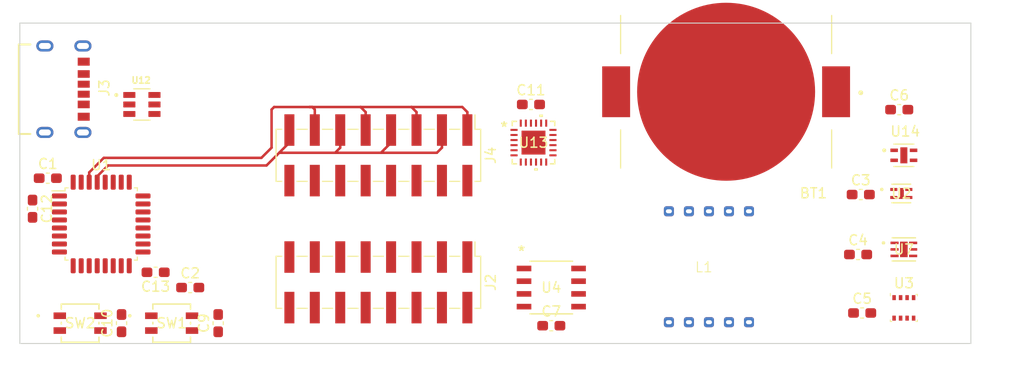
<source format=kicad_pcb>
(kicad_pcb (version 20221018) (generator pcbnew)
  (layers (0 "F.Cu" signal) (31 "B.Cu" signal) (34 "B.Paste" user) (35 "F.Paste" user) (36 "B.SilkS" user "B.Silkscreen") (37 "F.SilkS" user "F.Silkscreen") (38 "B.Mask" user) (39 "F.Mask" user) (44 "Edge.Cuts" user))
  (net 0 "")
  (net 1 "V_BUS_3V")
  (net 5 "BTN_0")
  (net 6 "GND")
  (net 14 "SDA_1")
  (net 15 "SCL_1")
  (net 16 "CS_1")
  (net 17 "CS_2")
  (net 18 "SCK_1")
  (net 19 "SDI_1")
  (net 20 "SDO_1")
  (net 21 "Net-(J2-Pin_2)")
  (net 22 "Net-(J2-Pin_4)")
  (net 23 "Net-(J2-Pin_6)")
  (net 24 "Net-(J2-Pin_8)")
  (net 25 "Net-(J2-Pin_10)")
  (net 26 "Net-(J2-Pin_14)")
  (net 27 "Net-(J2-Pin_12)")
  (net 28 "Net-(J2-Pin_16)")
  (net 29 "Net-(J3-GND-PadA12)")
  (net 30 "Net-(J3-VBUS-PadA9)")
  (net 33 "Net-(J3-SHIELD-PadS1)")
  (net 64 "BTN_1")
  (net 76 "Net-(J4-Pin_10)")
  (net 77 "Net-(J4-Pin_12)")
  (net 78 "Net-(J4-Pin_16)")
  (net 79 "Net-(J4-Pin_14)")
  (net 80 "Net-(J4-Pin_4)")
  (net 81 "Net-(J4-Pin_2)")
  (net 90 "Net-(J4-Pin_6)")
  (net 91 "Net-(J4-Pin_8)")
  (footprint "Capacitor_SMD:C_0603_1608Metric_Pad1.08x0.95mm_HandSolder" (layer "F.Cu") (at 112.0786 123.952)
    (fp_text reference "C5" (at 0 -1.43) (layer "F.SilkS"))
    (fp_text value "0.1uF")
    (pad "1" smd roundrect (at -0.8625 0) (size 1.075 0.95) (layers "F.Cu" "F.Paste" "F.Mask") (net 6 "GND"))
    (pad "2" smd roundrect (at 0.8625 0) (size 1.075 0.95) (layers "F.Cu" "F.Paste" "F.Mask") (net 1 "V_BUS_3V"))
  )
  (footprint "STTS22HTR:UDFN-6L_2X2X0P5_STM" (layer "F.Cu") (at 116.2431 117.602)
    (fp_text reference "U7" (at 0 0 unlocked) (layer "F.SilkS"))
    (fp_text value "STTS22HTR")
    (pad "1" smd rect (at -0.9271 -0.649999) (size 0.8128 0.254) (layers "F.Cu" "F.Paste" "F.Mask") (net 78 "Net-(J4-Pin_16)"))
    (pad "2" smd rect (at -0.9271 0) (size 0.8128 0.254) (layers "F.Cu" "F.Paste" "F.Mask"))
    (pad "3" smd rect (at -0.9271 0.649999) (size 0.8128 0.254) (layers "F.Cu" "F.Paste" "F.Mask") (net 1 "V_BUS_3V"))
    (pad "4" smd rect (at 0.9271 0.649999) (size 0.8128 0.254) (layers "F.Cu" "F.Paste" "F.Mask"))
    (pad "5" smd rect (at 0.9271 0) (size 0.8128 0.254) (layers "F.Cu" "F.Paste" "F.Mask") (net 6 "GND"))
    (pad "6" smd rect (at 0.9271 -0.649999) (size 0.8128 0.254) (layers "F.Cu" "F.Paste" "F.Mask") (net 79 "Net-(J4-Pin_14)"))
    (pad "7" smd rect (at 0 0) (size 0.762 1.5494) (layers "F.Cu" "F.Paste" "F.Mask"))
  )
  (footprint "SHT4x_SEN:SHT4x_SEN" (layer "F.Cu") (at 115.9891 112.014)
    (fp_text reference "U2" (at 0 0 unlocked) (layer "F.SilkS"))
    (fp_text value "SHT40-AD1B-R2")
    (pad "1" smd rect (at -0.7493 -0.399999) (size 0.7112 0.3048) (layers "F.Cu" "F.Paste" "F.Mask") (net 76 "Net-(J4-Pin_10)"))
    (pad "2" smd rect (at -0.7493 0.399999) (size 0.7112 0.3048) (layers "F.Cu" "F.Paste" "F.Mask") (net 77 "Net-(J4-Pin_12)"))
    (pad "3" smd rect (at 0.7493 0.399999) (size 0.7112 0.3048) (layers "F.Cu" "F.Paste" "F.Mask") (net 1 "V_BUS_3V"))
    (pad "4" smd rect (at 0.7493 -0.399999) (size 0.7112 0.3048) (layers "F.Cu" "F.Paste" "F.Mask") (net 6 "GND"))
    (pad "5" smd rect (at 0 0) (size 0.508 1.0922) (layers "F.Cu" "F.Paste" "F.Mask"))
  )
  (footprint "Capacitor_SMD:C_0603_1608Metric_Pad1.08x0.95mm_HandSolder" (layer "F.Cu") (at 111.9378 112.122001)
    (fp_text reference "C3" (at 0 -1.43) (layer "F.SilkS"))
    (fp_text value "0.1uF")
    (pad "1" smd roundrect (at -0.8625 0) (size 1.075 0.95) (layers "F.Cu" "F.Paste" "F.Mask") (net 1 "V_BUS_3V"))
    (pad "2" smd roundrect (at 0.8625 0) (size 1.075 0.95) (layers "F.Cu" "F.Paste" "F.Mask") (net 6 "GND"))
  )
  (footprint "Capacitor_SMD:C_0603_1608Metric_Pad1.08x0.95mm_HandSolder" (layer "F.Cu") (at 41.5025 119.888 180)
    (fp_text reference "C13" (at 0 -1.43) (layer "F.SilkS"))
    (fp_text value "0.1uF")
    (pad "1" smd roundrect (at -0.8625 0 180) (size 1.075 0.95) (layers "F.Cu" "F.Paste" "F.Mask") (net 6 "GND"))
    (pad "2" smd roundrect (at 0.8625 0 180) (size 1.075 0.95) (layers "F.Cu" "F.Paste" "F.Mask") (net 1 "V_BUS_3V"))
  )
  (footprint "Connector_PinHeader_2.54mm:PinHeader_2x08_P2.54mm_Vertical_SMD" (layer "F.Cu") (at 63.754 120.889 -90)
    (fp_text reference "J2" (at 0 -11.22 90) (layer "F.SilkS"))
    (fp_text value "Conn_02x08_Odd_Even")
    (pad "1" smd rect (at -2.525 -8.89 270) (size 3.15 1) (layers "F.Cu" "F.Paste" "F.Mask") (net 16 "CS_1"))
    (pad "2" smd rect (at 2.525 -8.89 270) (size 3.15 1) (layers "F.Cu" "F.Paste" "F.Mask") (net 21 "Net-(J2-Pin_2)"))
    (pad "3" smd rect (at -2.525 -6.35 270) (size 3.15 1) (layers "F.Cu" "F.Paste" "F.Mask") (net 19 "SDI_1"))
    (pad "4" smd rect (at 2.525 -6.35 270) (size 3.15 1) (layers "F.Cu" "F.Paste" "F.Mask") (net 22 "Net-(J2-Pin_4)"))
    (pad "5" smd rect (at -2.525 -3.81 270) (size 3.15 1) (layers "F.Cu" "F.Paste" "F.Mask") (net 20 "SDO_1"))
    (pad "6" smd rect (at 2.525 -3.81 270) (size 3.15 1) (layers "F.Cu" "F.Paste" "F.Mask") (net 23 "Net-(J2-Pin_6)"))
    (pad "7" smd rect (at -2.525 -1.27 270) (size 3.15 1) (layers "F.Cu" "F.Paste" "F.Mask") (net 18 "SCK_1"))
    (pad "8" smd rect (at 2.525 -1.27 270) (size 3.15 1) (layers "F.Cu" "F.Paste" "F.Mask") (net 24 "Net-(J2-Pin_8)"))
    (pad "9" smd rect (at -2.525 1.27 270) (size 3.15 1) (layers "F.Cu" "F.Paste" "F.Mask") (net 17 "CS_2"))
    (pad "10" smd rect (at 2.525 1.27 270) (size 3.15 1) (layers "F.Cu" "F.Paste" "F.Mask") (net 25 "Net-(J2-Pin_10)"))
    (pad "11" smd rect (at -2.525 3.81 270) (size 3.15 1) (layers "F.Cu" "F.Paste" "F.Mask") (net 19 "SDI_1"))
    (pad "12" smd rect (at 2.525 3.81 270) (size 3.15 1) (layers "F.Cu" "F.Paste" "F.Mask") (net 27 "Net-(J2-Pin_12)"))
    (pad "13" smd rect (at -2.525 6.35 270) (size 3.15 1) (layers "F.Cu" "F.Paste" "F.Mask") (net 20 "SDO_1"))
    (pad "14" smd rect (at 2.525 6.35 270) (size 3.15 1) (layers "F.Cu" "F.Paste" "F.Mask") (net 26 "Net-(J2-Pin_14)"))
    (pad "15" smd rect (at -2.525 8.89 270) (size 3.15 1) (layers "F.Cu" "F.Paste" "F.Mask") (net 18 "SCK_1"))
    (pad "16" smd rect (at 2.525 8.89 270) (size 3.15 1) (layers "F.Cu" "F.Paste" "F.Mask") (net 28 "Net-(J2-Pin_16)"))
  )
  (footprint "Capacitor_SMD:C_0603_1608Metric_Pad1.08x0.95mm_HandSolder" (layer "F.Cu") (at 111.6711 118.11)
    (fp_text reference "C4" (at 0 -1.43) (layer "F.SilkS"))
    (fp_text value "0.1uF")
    (pad "1" smd roundrect (at -0.8625 0) (size 1.075 0.95) (layers "F.Cu" "F.Paste" "F.Mask") (net 6 "GND"))
    (pad "2" smd roundrect (at 0.8625 0) (size 1.075 0.95) (layers "F.Cu" "F.Paste" "F.Mask") (net 1 "V_BUS_3V"))
  )
  (footprint "usb tvs:SOT95P280X145-6N" (layer "F.Cu") (at 40.132 103.124)
    (fp_text reference "U12" (at -0.078 -2.4189) (layer "F.SilkS") (effects (font (size 0.64 0.64))))
    (fp_text value "USBLC6-2SC6")
    (pad "1" smd roundrect (at -1.255 -0.95) (size 1.21 0.59) (layers "F.Cu" "F.Paste" "F.Mask") (roundrect_rratio 0.07))
    (pad "2" smd roundrect (at -1.255 0) (size 1.21 0.59) (layers "F.Cu" "F.Paste" "F.Mask") (roundrect_rratio 0.07))
    (pad "3" smd roundrect (at -1.255 0.95) (size 1.21 0.59) (layers "F.Cu" "F.Paste" "F.Mask") (roundrect_rratio 0.07))
    (pad "4" smd roundrect (at 1.255 0.95) (size 1.21 0.59) (layers "F.Cu" "F.Paste" "F.Mask") (roundrect_rratio 0.07))
    (pad "5" smd roundrect (at 1.255 0) (size 1.21 0.59) (layers "F.Cu" "F.Paste" "F.Mask") (roundrect_rratio 0.07))
    (pad "6" smd roundrect (at 1.255 -0.95) (size 1.21 0.59) (layers "F.Cu" "F.Paste" "F.Mask") (roundrect_rratio 0.07))
  )
  (footprint "Capacitor_SMD:C_0603_1608Metric_Pad1.08x0.95mm_HandSolder" (layer "F.Cu") (at 29.21 113.538 -90)
    (fp_text reference "C12" (at 0 -1.43 90) (layer "F.SilkS"))
    (fp_text value "0.1uF")
    (pad "1" smd roundrect (at -0.8625 0 270) (size 1.075 0.95) (layers "F.Cu" "F.Paste" "F.Mask") (net 6 "GND"))
    (pad "2" smd roundrect (at 0.8625 0 270) (size 1.075 0.95) (layers "F.Cu" "F.Paste" "F.Mask") (net 1 "V_BUS_3V"))
  )
  (footprint "BK-912-TR:MPD_BK-912-TR" (layer "F.Cu") (at 98.489 101.854 180)
    (fp_text reference "BT1" (at -8.725 -10.135) (layer "F.SilkS"))
    (fp_text value "BK-912-TR")
    (pad "1" smd rect (at -10.985 0 180) (size 2.79 5.08) (layers "F.Cu" "F.Paste" "F.Mask") (net 1 "V_BUS_3V"))
    (pad "2" smd rect (at 10.985 0 180) (size 2.79 5.08) (layers "F.Cu" "F.Paste" "F.Mask") (net 1 "V_BUS_3V"))
    (pad "3" smd circle (at 0 0 180) (size 17.78 17.78) (layers "F.Cu" "F.Paste" "F.Mask") (net 6 "GND"))
  )
  (footprint "SHT3:SON100P200X200X80-5N" (layer "F.Cu") (at 116.2431 108.204)
    (fp_text reference "U14" (at 0.138 -2.386) (layer "F.SilkS"))
    (fp_text value "SHTC3")
    (pad "1" smd roundrect (at -0.97 -0.5) (size 0.75 0.35) (layers "F.Cu" "F.Paste" "F.Mask") (roundrect_rratio 0.04) (net 1 "V_BUS_3V"))
    (pad "2" smd roundrect (at -0.97 0.5) (size 0.75 0.35) (layers "F.Cu" "F.Paste" "F.Mask") (roundrect_rratio 0.04) (net 91 "Net-(J4-Pin_8)"))
    (pad "3" smd roundrect (at 0.97 0.5) (size 0.75 0.35) (layers "F.Cu" "F.Paste" "F.Mask") (roundrect_rratio 0.04) (net 90 "Net-(J4-Pin_6)"))
    (pad "4" smd roundrect (at 0.97 -0.5) (size 0.75 0.35) (layers "F.Cu" "F.Paste" "F.Mask") (roundrect_rratio 0.04) (net 6 "GND"))
    (pad "5" smd rect (at 0 0) (size 0.7 1.6) (layers "F.Cu" "F.Paste" "F.Mask"))
  )
  (footprint "Capacitor_SMD:C_0603_1608Metric_Pad1.08x0.95mm_HandSolder" (layer "F.Cu") (at 81.026 125.222)
    (fp_text reference "C7" (at 0 -1.43) (layer "F.SilkS"))
    (fp_text value "0.1uF")
    (pad "1" smd roundrect (at -0.8625 0) (size 1.075 0.95) (layers "F.Cu" "F.Paste" "F.Mask") (net 6 "GND"))
    (pad "2" smd roundrect (at 0.8625 0) (size 1.075 0.95) (layers "F.Cu" "F.Paste" "F.Mask") (net 1 "V_BUS_3V"))
  )
  (footprint "Package_LGA:Bosch_LGA-8_2.5x2.5mm_P0.65mm_ClockwisePinNumbering" (layer "F.Cu") (at 116.2431 123.444)
    (fp_text reference "U3" (at 0.015 -2.465) (layer "F.SilkS"))
    (fp_text value "BME280")
    (pad "1" smd rect (at -0.975 -1.025 90) (size 0.5 0.35) (layers "F.Cu" "F.Paste" "F.Mask") (net 6 "GND"))
    (pad "2" smd rect (at -0.325 -1.025 90) (size 0.5 0.35) (layers "F.Cu" "F.Paste" "F.Mask") (net 21 "Net-(J2-Pin_2)"))
    (pad "3" smd rect (at 0.325 -1.025 90) (size 0.5 0.35) (layers "F.Cu" "F.Paste" "F.Mask") (net 22 "Net-(J2-Pin_4)"))
    (pad "4" smd rect (at 0.975 -1.025 90) (size 0.5 0.35) (layers "F.Cu" "F.Paste" "F.Mask") (net 23 "Net-(J2-Pin_6)"))
    (pad "5" smd rect (at 0.975 1.025 90) (size 0.5 0.35) (layers "F.Cu" "F.Paste" "F.Mask") (net 24 "Net-(J2-Pin_8)"))
    (pad "6" smd rect (at 0.325 1.025 90) (size 0.5 0.35) (layers "F.Cu" "F.Paste" "F.Mask"))
    (pad "7" smd rect (at -0.325 1.025 90) (size 0.5 0.35) (layers "F.Cu" "F.Paste" "F.Mask") (net 6 "GND"))
    (pad "8" smd rect (at -0.975 1.025 90) (size 0.5 0.35) (layers "F.Cu" "F.Paste" "F.Mask") (net 1 "V_BUS_3V"))
  )
  (footprint "Capacitor_SMD:C_0603_1608Metric_Pad1.08x0.95mm_HandSolder" (layer "F.Cu") (at 30.734 110.49)
    (fp_text reference "C1" (at 0 -1.43) (layer "F.SilkS"))
    (fp_text value "0.1uF")
    (pad "1" smd roundrect (at -0.8625 0) (size 1.075 0.95) (layers "F.Cu" "F.Paste" "F.Mask") (net 1 "V_BUS_3V"))
    (pad "2" smd roundrect (at 0.8625 0) (size 1.075 0.95) (layers "F.Cu" "F.Paste" "F.Mask") (net 6 "GND"))
  )
  (footprint "Library:lcd_ebay" (layer "F.Cu") (at 94.774 118.872)
    (fp_text reference "L1" (at 1.492 0.508 unlocked) (layer "F.SilkS") (effects (font (thickness 0.1))))
    (fp_text value "~")
    (pad "1" thru_hole roundrect (at -2 6) (size 1 1) (drill oval 0.6 0.4) (layers "*.Cu" "*.Mask"))
    (pad "2" thru_hole roundrect (at 0 6) (size 1 1) (drill oval 0.6 0.4) (layers "*.Cu" "*.Mask"))
    (pad "3" thru_hole roundrect (at 2 6) (size 1 1) (drill oval 0.6 0.4) (layers "*.Cu" "*.Mask"))
    (pad "4" thru_hole roundrect (at 4 6) (size 1 1) (drill oval 0.6 0.4) (layers "*.Cu" "*.Mask"))
    (pad "5" thru_hole roundrect (at 6 6) (size 1 1) (drill oval 0.6 0.4) (layers "*.Cu" "*.Mask"))
    (pad "6" thru_hole roundrect (at 6 -5.08) (size 1 1) (drill oval 0.6 0.4) (layers "*.Cu" "*.Mask"))
    (pad "7" thru_hole roundrect (at 4 -5.08) (size 1 1) (drill oval 0.6 0.4) (layers "*.Cu" "*.Mask"))
    (pad "8" thru_hole roundrect (at 2 -5.08) (size 1 1) (drill oval 0.6 0.4) (layers "*.Cu" "*.Mask"))
    (pad "9" thru_hole roundrect (at 0 -5.08) (size 1 1) (drill oval 0.6 0.4) (layers "*.Cu" "*.Mask"))
    (pad "10" thru_hole roundrect (at -2 -5.08) (size 1 1) (drill oval 0.6 0.4) (layers "*.Cu" "*.Mask"))
  )
  (footprint "Capacitor_SMD:C_0603_1608Metric_Pad1.08x0.95mm_HandSolder" (layer "F.Cu") (at 44.958 121.412)
    (fp_text reference "C2" (at 0 -1.43) (layer "F.SilkS"))
    (fp_text value "0.1uF")
    (pad "1" smd roundrect (at -0.8625 0) (size 1.075 0.95) (layers "F.Cu" "F.Paste" "F.Mask") (net 1 "V_BUS_3V"))
    (pad "2" smd roundrect (at 0.8625 0) (size 1.075 0.95) (layers "F.Cu" "F.Paste" "F.Mask") (net 6 "GND"))
  )
  (footprint "Capacitor_SMD:C_0603_1608Metric_Pad1.08x0.95mm_HandSolder" (layer "F.Cu") (at 78.994 103.124)
    (fp_text reference "C11" (at 0 -1.43) (layer "F.SilkS"))
    (fp_text value "0.1uF")
    (pad "1" smd roundrect (at -0.8625 0) (size 1.075 0.95) (layers "F.Cu" "F.Paste" "F.Mask") (net 6 "GND"))
    (pad "2" smd roundrect (at 0.8625 0) (size 1.075 0.95) (layers "F.Cu" "F.Paste" "F.Mask") (net 1 "V_BUS_3V"))
  )
  (footprint "sst25vf5:SOIC8_SA_SST_MCH" (layer "F.Cu") (at 81.026 121.412)
    (fp_text reference "U4" (at 0 0 unlocked) (layer "F.SilkS"))
    (fp_text value "sst25vf512a-33-4c-sae")
    (fp_text user "*" (at -2.97815 -3.6068 unlocked) (layer "F.SilkS"))
    (fp_text user "*" (at -2.97815 -3.6068) (layer "F.SilkS"))
    (pad "1" smd rect (at -2.72415 -1.905) (size 1.4605 0.5588) (layers "F.Cu" "F.Paste" "F.Mask") (net 25 "Net-(J2-Pin_10)"))
    (pad "2" smd rect (at -2.72415 -0.635) (size 1.4605 0.5588) (layers "F.Cu" "F.Paste" "F.Mask") (net 26 "Net-(J2-Pin_14)"))
    (pad "3" smd rect (at -2.72415 0.635) (size 1.4605 0.5588) (layers "F.Cu" "F.Paste" "F.Mask"))
    (pad "4" smd rect (at -2.72415 1.905) (size 1.4605 0.5588) (layers "F.Cu" "F.Paste" "F.Mask") (net 6 "GND"))
    (pad "5" smd rect (at 2.72415 1.905) (size 1.4605 0.5588) (layers "F.Cu" "F.Paste" "F.Mask") (net 27 "Net-(J2-Pin_12)"))
    (pad "6" smd rect (at 2.72415 0.635) (size 1.4605 0.5588) (layers "F.Cu" "F.Paste" "F.Mask") (net 28 "Net-(J2-Pin_16)"))
    (pad "7" smd rect (at 2.72415 -0.635) (size 1.4605 0.5588) (layers "F.Cu" "F.Paste" "F.Mask"))
    (pad "8" smd rect (at 2.72415 -1.905) (size 1.4605 0.5588) (layers "F.Cu" "F.Paste" "F.Mask") (net 1 "V_BUS_3V"))
  )
  (footprint "button EVQ:EVQ_P7_PAN" (layer "F.Cu") (at 43.1072 124.968)
    (fp_text reference "SW1" (at 0 0 unlocked) (layer "F.SilkS"))
    (fp_text value "EVQ-P7A01P")
    (pad "1" smd rect (at -2.032 -0.740001) (size 1.2446 0.6604) (layers "F.Cu" "F.Paste" "F.Mask") (net 5 "BTN_0"))
    (pad "1*" smd rect (at 2.032 -0.740001) (size 1.2446 0.6604) (layers "F.Cu" "F.Paste" "F.Mask") (net 1 "V_BUS_3V"))
    (pad "2" smd rect (at -2.032 0.740001) (size 1.2446 0.6604) (layers "F.Cu" "F.Paste" "F.Mask") (net 6 "GND"))
    (pad "2*" smd rect (at 2.032 0.740001) (size 1.2446 0.6604) (layers "F.Cu" "F.Paste" "F.Mask") (net 6 "GND"))
  )
  (footprint "Capacitor_SMD:C_0603_1608Metric_Pad1.08x0.95mm_HandSolder" (layer "F.Cu") (at 47.752 124.968 90)
    (fp_text reference "C9" (at 0 -1.43 90) (layer "F.SilkS"))
    (fp_text value "0.1uF")
    (pad "1" smd roundrect (at -0.8625 0 90) (size 1.075 0.95) (layers "F.Cu" "F.Paste" "F.Mask") (net 6 "GND"))
    (pad "2" smd roundrect (at 0.8625 0 90) (size 1.075 0.95) (layers "F.Cu" "F.Paste" "F.Mask") (net 1 "V_BUS_3V"))
  )
  (footprint "usb con:GCT_USB4125-GF-A_REVA2" (layer "F.Cu") (at 31.242 101.6 -90)
    (fp_text reference "J3" (at -0.125 -5.135 90) (layer "F.SilkS"))
    (fp_text value "USB4125-GF-A_REVA2")
    (fp_poly (pts (xy -4.32 -3.85) (xy -4.349 -3.849) (xy -4.377 -3.847) (xy -4.406 -3.843) (xy -4.434 -3.838) (xy -4.462 -3.831) (xy -4.49 -3.823) (xy -4.517 -3.813) (xy -4.544 -3.802) (xy -4.57 -3.79) (xy -4.595 -3.776) (xy -4.62 -3.761) (xy -4.643 -3.745) (xy -4.666 -3.727) (xy -4.688 -3.709) (xy -4.709 -3.689) (xy -4.729 -3.668) (xy -4.747 -3.646) (xy -4.765 -3.623) (xy -4.781 -3.6) (xy -4.796 -3.575) (xy -4.81 -3.55) (xy -4.822 -3.524) (xy -4.833 -3.497) (xy -4.843 -3.47) (xy -4.851 -3.442) (xy -4.858 -3.414) (xy -4.863 -3.386) (xy -4.867 -3.357) (xy -4.869 -3.329) (xy -4.87 -3.3) (xy -4.87 -2.7) (xy -4.869 -2.671) (xy -4.867 -2.643) (xy -4.863 -2.614) (xy -4.858 -2.586) (xy -4.851 -2.558) (xy -4.843 -2.53) (xy -4.833 -2.503) (xy -4.822 -2.476) (xy -4.81 -2.45) (xy -4.796 -2.425) (xy -4.781 -2.4) (xy -4.765 -2.377) (xy -4.747 -2.354) (xy -4.729 -2.332) (xy -4.709 -2.311) (xy -4.688 -2.291) (xy -4.666 -2.273) (xy -4.643 -2.255) (xy -4.62 -2.239) (xy -4.595 -2.224) (xy -4.57 -2.21) (xy -4.544 -2.198) (xy -4.517 -2.187) (xy -4.49 -2.177) (xy -4.462 -2.169) (xy -4.434 -2.162) (xy -4.406 -2.157) (xy -4.377 -2.153) (xy -4.349 -2.151) (xy -4.32 -2.15) (xy -4.291 -2.151) (xy -4.263 -2.153) (xy -4.234 -2.157) (xy -4.206 -2.162) (xy -4.178 -2.169) (xy -4.15 -2.177) (xy -4.123 -2.187) (xy -4.096 -2.198) (xy -4.07 -2.21) (xy -4.045 -2.224) (xy -4.02 -2.239) (xy -3.997 -2.255) (xy -3.974 -2.273) (xy -3.952 -2.291) (xy -3.931 -2.311) (xy -3.911 -2.332) (xy -3.893 -2.354) (xy -3.875 -2.377) (xy -3.859 -2.4) (xy -3.844 -2.425) (xy -3.83 -2.45) (xy -3.818 -2.476) (xy -3.807 -2.503) (xy -3.797 -2.53) (xy -3.789 -2.558) (xy -3.782 -2.586) (xy -3.777 -2.614) (xy -3.773 -2.643) (xy -3.771 -2.671) (xy -3.77 -2.7) (xy -3.77 -3.3) (xy -3.771 -3.329) (xy -3.773 -3.357) (xy -3.777 -3.386) (xy -3.782 -3.414) (xy -3.789 -3.442) (xy -3.797 -3.47) (xy -3.807 -3.497) (xy -3.818 -3.524) (xy -3.83 -3.55) (xy -3.844 -3.575) (xy -3.859 -3.6) (xy -3.875 -3.623) (xy -3.893 -3.646) (xy -3.911 -3.668) (xy -3.931 -3.689) (xy -3.952 -3.709) (xy -3.974 -3.727) (xy -3.997 -3.745) (xy -4.02 -3.761) (xy -4.045 -3.776) (xy -4.07 -3.79) (xy -4.096 -3.802) (xy -4.123 -3.813) (xy -4.15 -3.823) (xy -4.178 -3.831) (xy -4.206 -3.838) (xy -4.234 -3.843) (xy -4.263 -3.847) (xy -4.291 -3.849) (xy -4.32 -3.85)) (stroke (width 0.01)) (fill solid) (layer "F.Cu"))
    (fp_poly (pts (xy -4.32 -0.05) (xy -4.349 -0.049) (xy -4.377 -0.047) (xy -4.406 -0.043) (xy -4.434 -0.038) (xy -4.462 -0.031) (xy -4.49 -0.023) (xy -4.517 -0.013) (xy -4.544 -0.002) (xy -4.57 0.01) (xy -4.595 0.024) (xy -4.62 0.039) (xy -4.643 0.055) (xy -4.666 0.073) (xy -4.688 0.091) (xy -4.709 0.111) (xy -4.729 0.132) (xy -4.747 0.154) (xy -4.765 0.177) (xy -4.781 0.2) (xy -4.796 0.225) (xy -4.81 0.25) (xy -4.822 0.276) (xy -4.833 0.303) (xy -4.843 0.33) (xy -4.851 0.358) (xy -4.858 0.386) (xy -4.863 0.414) (xy -4.867 0.443) (xy -4.869 0.471) (xy -4.87 0.5) (xy -4.87 1.1) (xy -4.869 1.129) (xy -4.867 1.157) (xy -4.863 1.186) (xy -4.858 1.214) (xy -4.851 1.242) (xy -4.843 1.27) (xy -4.833 1.297) (xy -4.822 1.324) (xy -4.81 1.35) (xy -4.796 1.375) (xy -4.781 1.4) (xy -4.765 1.423) (xy -4.747 1.446) (xy -4.729 1.468) (xy -4.709 1.489) (xy -4.688 1.509) (xy -4.666 1.527) (xy -4.643 1.545) (xy -4.62 1.561) (xy -4.595 1.576) (xy -4.57 1.59) (xy -4.544 1.602) (xy -4.517 1.613) (xy -4.49 1.623) (xy -4.462 1.631) (xy -4.434 1.638) (xy -4.406 1.643) (xy -4.377 1.647) (xy -4.349 1.649) (xy -4.32 1.65) (xy -4.291 1.649) (xy -4.263 1.647) (xy -4.234 1.643) (xy -4.206 1.638) (xy -4.178 1.631) (xy -4.15 1.623) (xy -4.123 1.613) (xy -4.096 1.602) (xy -4.07 1.59) (xy -4.045 1.576) (xy -4.02 1.561) (xy -3.997 1.545) (xy -3.974 1.527) (xy -3.952 1.509) (xy -3.931 1.489) (xy -3.911 1.468) (xy -3.893 1.446) (xy -3.875 1.423) (xy -3.859 1.4) (xy -3.844 1.375) (xy -3.83 1.35) (xy -3.818 1.324) (xy -3.807 1.297) (xy -3.797 1.27) (xy -3.789 1.242) (xy -3.782 1.214) (xy -3.777 1.186) (xy -3.773 1.157) (xy -3.771 1.129) (xy -3.77 1.1) (xy -3.77 0.5) (xy -3.771 0.471) (xy -3.773 0.443) (xy -3.777 0.414) (xy -3.782 0.386) (xy -3.789 0.358) (xy -3.797 0.33) (xy -3.807 0.303) (xy -3.818 0.276) (xy -3.83 0.25) (xy -3.844 0.225) (xy -3.859 0.2) (xy -3.875 0.177) (xy -3.893 0.154) (xy -3.911 0.132) (xy -3.931 0.111) (xy -3.952 0.091) (xy -3.974 0.073) (xy -3.997 0.055) (xy -4.02 0.039) (xy -4.045 0.024) (xy -4.07 0.01) (xy -4.096 -0.002) (xy -4.123 -0.013) (xy -4.15 -0.023) (xy -4.178 -0.031) (xy -4.206 -0.038) (xy -4.234 -0.043) (xy -4.263 -0.047) (xy -4.291 -0.049) (xy -4.32 -0.05)) (stroke (width 0.01)) (fill solid) (layer "F.Cu"))
    (fp_poly (pts (xy 4.32 -3.85) (xy 4.291 -3.849) (xy 4.263 -3.847) (xy 4.234 -3.843) (xy 4.206 -3.838) (xy 4.178 -3.831) (xy 4.15 -3.823) (xy 4.123 -3.813) (xy 4.096 -3.802) (xy 4.07 -3.79) (xy 4.045 -3.776) (xy 4.02 -3.761) (xy 3.997 -3.745) (xy 3.974 -3.727) (xy 3.952 -3.709) (xy 3.931 -3.689) (xy 3.911 -3.668) (xy 3.893 -3.646) (xy 3.875 -3.623) (xy 3.859 -3.6) (xy 3.844 -3.575) (xy 3.83 -3.55) (xy 3.818 -3.524) (xy 3.807 -3.497) (xy 3.797 -3.47) (xy 3.789 -3.442) (xy 3.782 -3.414) (xy 3.777 -3.386) (xy 3.773 -3.357) (xy 3.771 -3.329) (xy 3.77 -3.3) (xy 3.77 -2.7) (xy 3.771 -2.671) (xy 3.773 -2.643) (xy 3.777 -2.614) (xy 3.782 -2.586) (xy 3.789 -2.558) (xy 3.797 -2.53) (xy 3.807 -2.503) (xy 3.818 -2.476) (xy 3.83 -2.45) (xy 3.844 -2.425) (xy 3.859 -2.4) (xy 3.875 -2.377) (xy 3.893 -2.354) (xy 3.911 -2.332) (xy 3.931 -2.311) (xy 3.952 -2.291) (xy 3.974 -2.273) (xy 3.997 -2.255) (xy 4.02 -2.239) (xy 4.045 -2.224) (xy 4.07 -2.21) (xy 4.096 -2.198) (xy 4.123 -2.187) (xy 4.15 -2.177) (xy 4.178 -2.169) (xy 4.206 -2.162) (xy 4.234 -2.157) (xy 4.263 -2.153) (xy 4.291 -2.151) (xy 4.32 -2.15) (xy 4.349 -2.151) (xy 4.377 -2.153) (xy 4.406 -2.157) (xy 4.434 -2.162) (xy 4.462 -2.169) (xy 4.49 -2.177) (xy 4.517 -2.187) (xy 4.544 -2.198) (xy 4.57 -2.21) (xy 4.595 -2.224) (xy 4.62 -2.239) (xy 4.643 -2.255) (xy 4.666 -2.273) (xy 4.688 -2.291) (xy 4.709 -2.311) (xy 4.729 -2.332) (xy 4.747 -2.354) (xy 4.765 -2.377) (xy 4.781 -2.4) (xy 4.796 -2.425) (xy 4.81 -2.45) (xy 4.822 -2.476) (xy 4.833 -2.503) (xy 4.843 -2.53) (xy 4.851 -2.558) (xy 4.858 -2.586) (xy 4.863 -2.614) (xy 4.867 -2.643) (xy 4.869 -2.671) (xy 4.87 -2.7) (xy 4.87 -3.3) (xy 4.869 -3.329) (xy 4.867 -3.357) (xy 4.863 -3.386) (xy 4.858 -3.414) (xy 4.851 -3.442) (xy 4.843 -3.47) (xy 4.833 -3.497) (xy 4.822 -3.524) (xy 4.81 -3.55) (xy 4.796 -3.575) (xy 4.781 -3.6) (xy 4.765 -3.623) (xy 4.747 -3.646) (xy 4.729 -3.668) (xy 4.709 -3.689) (xy 4.688 -3.709) (xy 4.666 -3.727) (xy 4.643 -3.745) (xy 4.62 -3.761) (xy 4.595 -3.776) (xy 4.57 -3.79) (xy 4.544 -3.802) (xy 4.517 -3.813) (xy 4.49 -3.823) (xy 4.462 -3.831) (xy 4.434 -3.838) (xy 4.406 -3.843) (xy 4.377 -3.847) (xy 4.349 -3.849) (xy 4.32 -3.85)) (stroke (width 0.01)) (fill solid) (layer "F.Cu"))
    (fp_poly (pts (xy 4.32 -0.05) (xy 4.291 -0.049) (xy 4.263 -0.047) (xy 4.234 -0.043) (xy 4.206 -0.038) (xy 4.178 -0.031) (xy 4.15 -0.023) (xy 4.123 -0.013) (xy 4.096 -0.002) (xy 4.07 0.01) (xy 4.045 0.024) (xy 4.02 0.039) (xy 3.997 0.055) (xy 3.974 0.073) (xy 3.952 0.091) (xy 3.931 0.111) (xy 3.911 0.132) (xy 3.893 0.154) (xy 3.875 0.177) (xy 3.859 0.2) (xy 3.844 0.225) (xy 3.83 0.25) (xy 3.818 0.276) (xy 3.807 0.303) (xy 3.797 0.33) (xy 3.789 0.358) (xy 3.782 0.386) (xy 3.777 0.414) (xy 3.773 0.443) (xy 3.771 0.471) (xy 3.77 0.5) (xy 3.77 1.1) (xy 3.771 1.129) (xy 3.773 1.157) (xy 3.777 1.186) (xy 3.782 1.214) (xy 3.789 1.242) (xy 3.797 1.27) (xy 3.807 1.297) (xy 3.818 1.324) (xy 3.83 1.35) (xy 3.844 1.375) (xy 3.859 1.4) (xy 3.875 1.423) (xy 3.893 1.446) (xy 3.911 1.468) (xy 3.931 1.489) (xy 3.952 1.509) (xy 3.974 1.527) (xy 3.997 1.545) (xy 4.02 1.561) (xy 4.045 1.576) (xy 4.07 1.59) (xy 4.096 1.602) (xy 4.123 1.613) (xy 4.15 1.623) (xy 4.178 1.631) (xy 4.206 1.638) (xy 4.234 1.643) (xy 4.263 1.647) (xy 4.291 1.649) (xy 4.32 1.65) (xy 4.349 1.649) (xy 4.377 1.647) (xy 4.406 1.643) (xy 4.434 1.638) (xy 4.462 1.631) (xy 4.49 1.623) (xy 4.517 1.613) (xy 4.544 1.602) (xy 4.57 1.59) (xy 4.595 1.576) (xy 4.62 1.561) (xy 4.643 1.545) (xy 4.666 1.527) (xy 4.688 1.509) (xy 4.709 1.489) (xy 4.729 1.468) (xy 4.747 1.446) (xy 4.765 1.423) (xy 4.781 1.4) (xy 4.796 1.375) (xy 4.81 1.35) (xy 4.822 1.324) (xy 4.833 1.297) (xy 4.843 1.27) (xy 4.851 1.242) (xy 4.858 1.214) (xy 4.863 1.186) (xy 4.867 1.157) (xy 4.869 1.129) (xy 4.87 1.1) (xy 4.87 0.5) (xy 4.869 0.471) (xy 4.867 0.443) (xy 4.863 0.414) (xy 4.858 0.386) (xy 4.851 0.358) (xy 4.843 0.33) (xy 4.833 0.303) (xy 4.822 0.276) (xy 4.81 0.25) (xy 4.796 0.225) (xy 4.781 0.2) (xy 4.765 0.177) (xy 4.747 0.154) (xy 4.729 0.132) (xy 4.709 0.111) (xy 4.688 0.091) (xy 4.666 0.073) (xy 4.643 0.055) (xy 4.62 0.039) (xy 4.595 0.024) (xy 4.57 0.01) (xy 4.544 -0.002) (xy 4.517 -0.013) (xy 4.49 -0.023) (xy 4.462 -0.031) (xy 4.434 -0.038) (xy 4.406 -0.043) (xy 4.377 -0.047) (xy 4.349 -0.049) (xy 4.32 -0.05)) (stroke (width 0.01)) (fill solid) (layer "F.Cu"))
    (fp_poly (pts (xy -4.32 -3.85) (xy -4.349 -3.849) (xy -4.377 -3.847) (xy -4.406 -3.843) (xy -4.434 -3.838) (xy -4.462 -3.831) (xy -4.49 -3.823) (xy -4.517 -3.813) (xy -4.544 -3.802) (xy -4.57 -3.79) (xy -4.595 -3.776) (xy -4.62 -3.761) (xy -4.643 -3.745) (xy -4.666 -3.727) (xy -4.688 -3.709) (xy -4.709 -3.689) (xy -4.729 -3.668) (xy -4.747 -3.646) (xy -4.765 -3.623) (xy -4.781 -3.6) (xy -4.796 -3.575) (xy -4.81 -3.55) (xy -4.822 -3.524) (xy -4.833 -3.497) (xy -4.843 -3.47) (xy -4.851 -3.442) (xy -4.858 -3.414) (xy -4.863 -3.386) (xy -4.867 -3.357) (xy -4.869 -3.329) (xy -4.87 -3.3) (xy -4.87 -2.7) (xy -4.869 -2.671) (xy -4.867 -2.643) (xy -4.863 -2.614) (xy -4.858 -2.586) (xy -4.851 -2.558) (xy -4.843 -2.53) (xy -4.833 -2.503) (xy -4.822 -2.476) (xy -4.81 -2.45) (xy -4.796 -2.425) (xy -4.781 -2.4) (xy -4.765 -2.377) (xy -4.747 -2.354) (xy -4.729 -2.332) (xy -4.709 -2.311) (xy -4.688 -2.291) (xy -4.666 -2.273) (xy -4.643 -2.255) (xy -4.62 -2.239) (xy -4.595 -2.224) (xy -4.57 -2.21) (xy -4.544 -2.198) (xy -4.517 -2.187) (xy -4.49 -2.177) (xy -4.462 -2.169) (xy -4.434 -2.162) (xy -4.406 -2.157) (xy -4.377 -2.153) (xy -4.349 -2.151) (xy -4.32 -2.15) (xy -4.291 -2.151) (xy -4.263 -2.153) (xy -4.234 -2.157) (xy -4.206 -2.162) (xy -4.178 -2.169) (xy -4.15 -2.177) (xy -4.123 -2.187) (xy -4.096 -2.198) (xy -4.07 -2.21) (xy -4.045 -2.224) (xy -4.02 -2.239) (xy -3.997 -2.255) (xy -3.974 -2.273) (xy -3.952 -2.291) (xy -3.931 -2.311) (xy -3.911 -2.332) (xy -3.893 -2.354) (xy -3.875 -2.377) (xy -3.859 -2.4) (xy -3.844 -2.425) (xy -3.83 -2.45) (xy -3.818 -2.476) (xy -3.807 -2.503) (xy -3.797 -2.53) (xy -3.789 -2.558) (xy -3.782 -2.586) (xy -3.777 -2.614) (xy -3.773 -2.643) (xy -3.771 -2.671) (xy -3.77 -2.7) (xy -3.77 -3.3) (xy -3.771 -3.329) (xy -3.773 -3.357) (xy -3.777 -3.386) (xy -3.782 -3.414) (xy -3.789 -3.442) (xy -3.797 -3.47) (xy -3.807 -3.497) (xy -3.818 -3.524) (xy -3.83 -3.55) (xy -3.844 -3.575) (xy -3.859 -3.6) (xy -3.875 -3.623) (xy -3.893 -3.646) (xy -3.911 -3.668) (xy -3.931 -3.689) (xy -3.952 -3.709) (xy -3.974 -3.727) (xy -3.997 -3.745) (xy -4.02 -3.761) (xy -4.045 -3.776) (xy -4.07 -3.79) (xy -4.096 -3.802) (xy -4.123 -3.813) (xy -4.15 -3.823) (xy -4.178 -3.831) (xy -4.206 -3.838) (xy -4.234 -3.843) (xy -4.263 -3.847) (xy -4.291 -3.849) (xy -4.32 -3.85)) (stroke (width 0.01)) (fill solid) (layer "B.Cu"))
    (fp_poly (pts (xy -4.32 -0.05) (xy -4.349 -0.049) (xy -4.377 -0.047) (xy -4.406 -0.043) (xy -4.434 -0.038) (xy -4.462 -0.031) (xy -4.49 -0.023) (xy -4.517 -0.013) (xy -4.544 -0.002) (xy -4.57 0.01) (xy -4.595 0.024) (xy -4.62 0.039) (xy -4.643 0.055) (xy -4.666 0.073) (xy -4.688 0.091) (xy -4.709 0.111) (xy -4.729 0.132) (xy -4.747 0.154) (xy -4.765 0.177) (xy -4.781 0.2) (xy -4.796 0.225) (xy -4.81 0.25) (xy -4.822 0.276) (xy -4.833 0.303) (xy -4.843 0.33) (xy -4.851 0.358) (xy -4.858 0.386) (xy -4.863 0.414) (xy -4.867 0.443) (xy -4.869 0.471) (xy -4.87 0.5) (xy -4.87 1.1) (xy -4.869 1.129) (xy -4.867 1.157) (xy -4.863 1.186) (xy -4.858 1.214) (xy -4.851 1.242) (xy -4.843 1.27) (xy -4.833 1.297) (xy -4.822 1.324) (xy -4.81 1.35) (xy -4.796 1.375) (xy -4.781 1.4) (xy -4.765 1.423) (xy -4.747 1.446) (xy -4.729 1.468) (xy -4.709 1.489) (xy -4.688 1.509) (xy -4.666 1.527) (xy -4.643 1.545) (xy -4.62 1.561) (xy -4.595 1.576) (xy -4.57 1.59) (xy -4.544 1.602) (xy -4.517 1.613) (xy -4.49 1.623) (xy -4.462 1.631) (xy -4.434 1.638) (xy -4.406 1.643) (xy -4.377 1.647) (xy -4.349 1.649) (xy -4.32 1.65) (xy -4.291 1.649) (xy -4.263 1.647) (xy -4.234 1.643) (xy -4.206 1.638) (xy -4.178 1.631) (xy -4.15 1.623) (xy -4.123 1.613) (xy -4.096 1.602) (xy -4.07 1.59) (xy -4.045 1.576) (xy -4.02 1.561) (xy -3.997 1.545) (xy -3.974 1.527) (xy -3.952 1.509) (xy -3.931 1.489) (xy -3.911 1.468) (xy -3.893 1.446) (xy -3.875 1.423) (xy -3.859 1.4) (xy -3.844 1.375) (xy -3.83 1.35) (xy -3.818 1.324) (xy -3.807 1.297) (xy -3.797 1.27) (xy -3.789 1.242) (xy -3.782 1.214) (xy -3.777 1.186) (xy -3.773 1.157) (xy -3.771 1.129) (xy -3.77 1.1) (xy -3.77 0.5) (xy -3.771 0.471) (xy -3.773 0.443) (xy -3.777 0.414) (xy -3.782 0.386) (xy -3.789 0.358) (xy -3.797 0.33) (xy -3.807 0.303) (xy -3.818 0.276) (xy -3.83 0.25) (xy -3.844 0.225) (xy -3.859 0.2) (xy -3.875 0.177) (xy -3.893 0.154) (xy -3.911 0.132) (xy -3.931 0.111) (xy -3.952 0.091) (xy -3.974 0.073) (xy -3.997 0.055) (xy -4.02 0.039) (xy -4.045 0.024) (xy -4.07 0.01) (xy -4.096 -0.002) (xy -4.123 -0.013) (xy -4.15 -0.023) (xy -4.178 -0.031) (xy -4.206 -0.038) (xy -4.234 -0.043) (xy -4.263 -0.047) (xy -4.291 -0.049) (xy -4.32 -0.05)) (stroke (width 0.01)) (fill solid) (layer "B.Cu"))
    (fp_poly (pts (xy 4.32 -3.85) (xy 4.291 -3.849) (xy 4.263 -3.847) (xy 4.234 -3.843) (xy 4.206 -3.838) (xy 4.178 -3.831) (xy 4.15 -3.823) (xy 4.123 -3.813) (xy 4.096 -3.802) (xy 4.07 -3.79) (xy 4.045 -3.776) (xy 4.02 -3.761) (xy 3.997 -3.745) (xy 3.974 -3.727) (xy 3.952 -3.709) (xy 3.931 -3.689) (xy 3.911 -3.668) (xy 3.893 -3.646) (xy 3.875 -3.623) (xy 3.859 -3.6) (xy 3.844 -3.575) (xy 3.83 -3.55) (xy 3.818 -3.524) (xy 3.807 -3.497) (xy 3.797 -3.47) (xy 3.789 -3.442) (xy 3.782 -3.414) (xy 3.777 -3.386) (xy 3.773 -3.357) (xy 3.771 -3.329) (xy 3.77 -3.3) (xy 3.77 -2.7) (xy 3.771 -2.671) (xy 3.773 -2.643) (xy 3.777 -2.614) (xy 3.782 -2.586) (xy 3.789 -2.558) (xy 3.797 -2.53) (xy 3.807 -2.503) (xy 3.818 -2.476) (xy 3.83 -2.45) (xy 3.844 -2.425) (xy 3.859 -2.4) (xy 3.875 -2.377) (xy 3.893 -2.354) (xy 3.911 -2.332) (xy 3.931 -2.311) (xy 3.952 -2.291) (xy 3.974 -2.273) (xy 3.997 -2.255) (xy 4.02 -2.239) (xy 4.045 -2.224) (xy 4.07 -2.21) (xy 4.096 -2.198) (xy 4.123 -2.187) (xy 4.15 -2.177) (xy 4.178 -2.169) (xy 4.206 -2.162) (xy 4.234 -2.157) (xy 4.263 -2.153) (xy 4.291 -2.151) (xy 4.32 -2.15) (xy 4.349 -2.151) (xy 4.377 -2.153) (xy 4.406 -2.157) (xy 4.434 -2.162) (xy 4.462 -2.169) (xy 4.49 -2.177) (xy 4.517 -2.187) (xy 4.544 -2.198) (xy 4.57 -2.21) (xy 4.595 -2.224) (xy 4.62 -2.239) (xy 4.643 -2.255) (xy 4.666 -2.273) (xy 4.688 -2.291) (xy 4.709 -2.311) (xy 4.729 -2.332) (xy 4.747 -2.354) (xy 4.765 -2.377) (xy 4.781 -2.4) (xy 4.796 -2.425) (xy 4.81 -2.45) (xy 4.822 -2.476) (xy 4.833 -2.503) (xy 4.843 -2.53) (xy 4.851 -2.558) (xy 4.858 -2.586) (xy 4.863 -2.614) (xy 4.867 -2.643) (xy 4.869 -2.671) (xy 4.87 -2.7) (xy 4.87 -3.3) (xy 4.869 -3.329) (xy 4.867 -3.357) (xy 4.863 -3.386) (xy 4.858 -3.414) (xy 4.851 -3.442) (xy 4.843 -3.47) (xy 4.833 -3.497) (xy 4.822 -3.524) (xy 4.81 -3.55) (xy 4.796 -3.575) (xy 4.781 -3.6) (xy 4.765 -3.623) (xy 4.747 -3.646) (xy 4.729 -3.668) (xy 4.709 -3.689) (xy 4.688 -3.709) (xy 4.666 -3.727) (xy 4.643 -3.745) (xy 4.62 -3.761) (xy 4.595 -3.776) (xy 4.57 -3.79) (xy 4.544 -3.802) (xy 4.517 -3.813) (xy 4.49 -3.823) (xy 4.462 -3.831) (xy 4.434 -3.838) (xy 4.406 -3.843) (xy 4.377 -3.847) (xy 4.349 -3.849) (xy 4.32 -3.85)) (stroke (width 0.01)) (fill solid) (layer "B.Cu"))
    (fp_poly (pts (xy 4.32 -0.05) (xy 4.291 -0.049) (xy 4.263 -0.047) (xy 4.234 -0.043) (xy 4.206 -0.038) (xy 4.178 -0.031) (xy 4.15 -0.023) (xy 4.123 -0.013) (xy 4.096 -0.002) (xy 4.07 0.01) (xy 4.045 0.024) (xy 4.02 0.039) (xy 3.997 0.055) (xy 3.974 0.073) (xy 3.952 0.091) (xy 3.931 0.111) (xy 3.911 0.132) (xy 3.893 0.154) (xy 3.875 0.177) (xy 3.859 0.2) (xy 3.844 0.225) (xy 3.83 0.25) (xy 3.818 0.276) (xy 3.807 0.303) (xy 3.797 0.33) (xy 3.789 0.358) (xy 3.782 0.386) (xy 3.777 0.414) (xy 3.773 0.443) (xy 3.771 0.471) (xy 3.77 0.5) (xy 3.77 1.1) (xy 3.771 1.129) (xy 3.773 1.157) (xy 3.777 1.186) (xy 3.782 1.214) (xy 3.789 1.242) (xy 3.797 1.27) (xy 3.807 1.297) (xy 3.818 1.324) (xy 3.83 1.35) (xy 3.844 1.375) (xy 3.859 1.4) (xy 3.875 1.423) (xy 3.893 1.446) (xy 3.911 1.468) (xy 3.931 1.489) (xy 3.952 1.509) (xy 3.974 1.527) (xy 3.997 1.545) (xy 4.02 1.561) (xy 4.045 1.576) (xy 4.07 1.59) (xy 4.096 1.602) (xy 4.123 1.613) (xy 4.15 1.623) (xy 4.178 1.631) (xy 4.206 1.638) (xy 4.234 1.643) (xy 4.263 1.647) (xy 4.291 1.649) (xy 4.32 1.65) (xy 4.349 1.649) (xy 4.377 1.647) (xy 4.406 1.643) (xy 4.434 1.638) (xy 4.462 1.631) (xy 4.49 1.623) (xy 4.517 1.613) (xy 4.544 1.602) (xy 4.57 1.59) (xy 4.595 1.576) (xy 4.62 1.561) (xy 4.643 1.545) (xy 4.666 1.527) (xy 4.688 1.509) (xy 4.709 1.489) (xy 4.729 1.468) (xy 4.747 1.446) (xy 4.765 1.423) (xy 4.781 1.4) (xy 4.796 1.375) (xy 4.81 1.35) (xy 4.822 1.324) (xy 4.833 1.297) (xy 4.843 1.27) (xy 4.851 1.242) (xy 4.858 1.214) (xy 4.863 1.186) (xy 4.867 1.157) (xy 4.869 1.129) (xy 4.87 1.1) (xy 4.87 0.5) (xy 4.869 0.471) (xy 4.867 0.443) (xy 4.863 0.414) (xy 4.858 0.386) (xy 4.851 0.358) (xy 4.843 0.33) (xy 4.833 0.303) (xy 4.822 0.276) (xy 4.81 0.25) (xy 4.796 0.225) (xy 4.781 0.2) (xy 4.765 0.177) (xy 4.747 0.154) (xy 4.729 0.132) (xy 4.709 0.111) (xy 4.688 0.091) (xy 4.666 0.073) (xy 4.643 0.055) (xy 4.62 0.039) (xy 4.595 0.024) (xy 4.57 0.01) (xy 4.544 -0.002) (xy 4.517 -0.013) (xy 4.49 -0.023) (xy 4.462 -0.031) (xy 4.434 -0.038) (xy 4.406 -0.043) (xy 4.377 -0.047) (xy 4.349 -0.049) (xy 4.32 -0.05)) (stroke (width 0.01)) (fill solid) (layer "B.Cu"))
    (pad "A5" smd rect (at -0.5 -3.08 270) (size 0.7 1.2) (layers "F.Cu" "F.Paste" "F.Mask"))
    (pad "A9" smd rect (at 1.52 -3.08 270) (size 0.76 1.2) (layers "F.Cu" "F.Paste" "F.Mask") (net 30 "Net-(J3-VBUS-PadA9)"))
    (pad "A12" smd rect (at 2.75 -3.08 270) (size 0.8 1.2) (layers "F.Cu" "F.Paste" "F.Mask") (net 29 "Net-(J3-GND-PadA12)"))
    (pad "B5" smd rect (at 0.5 -3.08 270) (size 0.7 1.2) (layers "F.Cu" "F.Paste" "F.Mask"))
    (pad "B9" smd rect (at -1.52 -3.08 270) (size 0.76 1.2) (layers "F.Cu" "F.Paste" "F.Mask") (net 30 "Net-(J3-VBUS-PadA9)"))
    (pad "B12" smd rect (at -2.75 -3.08 270) (size 0.8 1.2) (layers "F.Cu" "F.Paste" "F.Mask") (net 29 "Net-(J3-GND-PadA12)"))
    (pad "S1" thru_hole oval (at -4.32 -3 270) (size 0.8 1.6) (drill oval 0.6 1.2) (layers "*.Cu") (net 33 "Net-(J3-SHIELD-PadS1)"))
    (pad "S2" thru_hole oval (at 4.32 -3 270) (size 0.8 1.6) (drill oval 0.6 1.2) (layers "*.Cu") (net 33 "Net-(J3-SHIELD-PadS1)"))
    (pad "S3" thru_hole oval (at -4.32 0.8 270) (size 0.8 1.6) (drill oval 0.6 1.2) (layers "*.Cu") (net 33 "Net-(J3-SHIELD-PadS1)"))
    (pad "S4" thru_hole oval (at 4.32 0.8 270) (size 0.8 1.6) (drill oval 0.6 1.2) (layers "*.Cu") (net 33 "Net-(J3-SHIELD-PadS1)"))
  )
  (footprint "button EVQ:EVQ_P7_PAN" (layer "F.Cu") (at 33.9632 124.968)
    (fp_text reference "SW2" (at 0 0 unlocked) (layer "F.SilkS"))
    (fp_text value "EVQ-P7A01P")
    (pad "1" smd rect (at -2.032 -0.740001) (size 1.2446 0.6604) (layers "F.Cu" "F.Paste" "F.Mask") (net 64 "BTN_1"))
    (pad "1*" smd rect (at 2.032 -0.740001) (size 1.2446 0.6604) (layers "F.Cu" "F.Paste" "F.Mask") (net 1 "V_BUS_3V"))
    (pad "2" smd rect (at -2.032 0.740001) (size 1.2446 0.6604) (layers "F.Cu" "F.Paste" "F.Mask") (net 6 "GND"))
    (pad "2*" smd rect (at 2.032 0.740001) (size 1.2446 0.6604) (layers "F.Cu" "F.Paste" "F.Mask") (net 6 "GND"))
  )
  (footprint "Connector_PinHeader_2.54mm:PinHeader_2x08_P2.54mm_Vertical_SMD" (layer "F.Cu") (at 63.754 108.204 -90)
    (fp_text reference "J4" (at 0 -11.22 90) (layer "F.SilkS"))
    (fp_text value "Conn_02x08_Odd_Even")
    (pad "1" smd rect (at -2.525 -8.89 270) (size 3.15 1) (layers "F.Cu" "F.Paste" "F.Mask") (net 14 "SDA_1"))
    (pad "2" smd rect (at 2.525 -8.89 270) (size 3.15 1) (layers "F.Cu" "F.Paste" "F.Mask") (net 81 "Net-(J4-Pin_2)"))
    (pad "3" smd rect (at -2.525 -6.35 270) (size 3.15 1) (layers "F.Cu" "F.Paste" "F.Mask") (net 15 "SCL_1"))
    (pad "4" smd rect (at 2.525 -6.35 270) (size 3.15 1) (layers "F.Cu" "F.Paste" "F.Mask") (net 80 "Net-(J4-Pin_4)"))
    (pad "5" smd rect (at -2.525 -3.81 270) (size 3.15 1) (layers "F.Cu" "F.Paste" "F.Mask") (net 14 "SDA_1"))
    (pad "6" smd rect (at 2.525 -3.81 270) (size 3.15 1) (layers "F.Cu" "F.Paste" "F.Mask") (net 90 "Net-(J4-Pin_6)"))
    (pad "7" smd rect (at -2.525 -1.27 270) (size 3.15 1) (layers "F.Cu" "F.Paste" "F.Mask") (net 15 "SCL_1"))
    (pad "8" smd rect (at 2.525 -1.27 270) (size 3.15 1) (layers "F.Cu" "F.Paste" "F.Mask") (net 91 "Net-(J4-Pin_8)"))
    (pad "9" smd rect (at -2.525 1.27 270) (size 3.15 1) (layers "F.Cu" "F.Paste" "F.Mask") (net 14 "SDA_1"))
    (pad "10" smd rect (at 2.525 1.27 270) (size 3.15 1) (layers "F.Cu" "F.Paste" "F.Mask") (net 76 "Net-(J4-Pin_10)"))
    (pad "11" smd rect (at -2.525 3.81 270) (size 3.15 1) (layers "F.Cu" "F.Paste" "F.Mask") (net 15 "SCL_1"))
    (pad "12" smd rect (at 2.525 3.81 270) (size 3.15 1) (layers "F.Cu" "F.Paste" "F.Mask") (net 77 "Net-(J4-Pin_12)"))
    (pad "13" smd rect (at -2.525 6.35 270) (size 3.15 1) (layers "F.Cu" "F.Paste" "F.Mask") (net 14 "SDA_1"))
    (pad "14" smd rect (at 2.525 6.35 270) (size 3.15 1) (layers "F.Cu" "F.Paste" "F.Mask") (net 79 "Net-(J4-Pin_14)"))
    (pad "15" smd rect (at -2.525 8.89 270) (size 3.15 1) (layers "F.Cu" "F.Paste" "F.Mask") (net 15 "SCL_1"))
    (pad "16" smd rect (at 2.525 8.89 270) (size 3.15 1) (layers "F.Cu" "F.Paste" "F.Mask") (net 78 "Net-(J4-Pin_16)"))
  )
  (footprint "Capacitor_SMD:C_0603_1608Metric_Pad1.08x0.95mm_HandSolder" (layer "F.Cu") (at 115.7811 103.64)
    (fp_text reference "C6" (at 0 -1.43) (layer "F.SilkS"))
    (fp_text value "0.1uF")
    (pad "1" smd roundrect (at -0.8625 0) (size 1.075 0.95) (layers "F.Cu" "F.Paste" "F.Mask") (net 6 "GND"))
    (pad "2" smd roundrect (at 0.8625 0) (size 1.075 0.95) (layers "F.Cu" "F.Paste" "F.Mask") (net 1 "V_BUS_3V"))
  )
  (footprint "lcd driver:VQFN024V4040_ROM" (layer "F.Cu") (at 79.248 106.934)
    (fp_text reference "U13" (at 0 0 unlocked) (layer "F.SilkS"))
    (fp_text value "BU9796AMUV-E2")
    (fp_text user "*" (at -2.9337 -1.524) (layer "F.SilkS"))
    (fp_text user "*" (at -2.9337 -1.524 unlocked) (layer "F.SilkS"))
    (pad "1" smd rect (at -1.9431 -1.27 90) (size 0.2032 0.7112) (layers "F.Cu" "F.Paste" "F.Mask"))
    (pad "2" smd rect (at -1.9431 -0.762 90) (size 0.2032 0.7112) (layers "F.Cu" "F.Paste" "F.Mask") (net 80 "Net-(J4-Pin_4)"))
    (pad "3" smd rect (at -1.9431 -0.254 90) (size 0.2032 0.7112) (layers "F.Cu" "F.Paste" "F.Mask") (net 81 "Net-(J4-Pin_2)"))
    (pad "4" smd rect (at -1.9431 0.254 90) (size 0.2032 0.7112) (layers "F.Cu" "F.Paste" "F.Mask"))
    (pad "5" smd rect (at -1.9431 0.762 90) (size 0.2032 0.7112) (layers "F.Cu" "F.Paste" "F.Mask"))
    (pad "6" smd rect (at -1.9431 1.27 90) (size 0.2032 0.7112) (layers "F.Cu" "F.Paste" "F.Mask"))
    (pad "7" smd rect (at -1.27 1.9431) (size 0.2032 0.7112) (layers "F.Cu" "F.Paste" "F.Mask"))
    (pad "8" smd rect (at -0.762 1.9431) (size 0.2032 0.7112) (layers "F.Cu" "F.Paste" "F.Mask"))
    (pad "9" smd rect (at -0.254 1.9431) (size 0.2032 0.7112) (layers "F.Cu" "F.Paste" "F.Mask"))
    (pad "10" smd rect (at 0.254 1.9431) (size 0.2032 0.7112) (layers "F.Cu" "F.Paste" "F.Mask"))
    (pad "11" smd rect (at 0.762 1.9431) (size 0.2032 0.7112) (layers "F.Cu" "F.Paste" "F.Mask"))
    (pad "12" smd rect (at 1.27 1.9431) (size 0.2032 0.7112) (layers "F.Cu" "F.Paste" "F.Mask"))
    (pad "13" smd rect (at 1.9431 1.27 90) (size 0.2032 0.7112) (layers "F.Cu" "F.Paste" "F.Mask"))
    (pad "14" smd rect (at 1.9431 0.762 90) (size 0.2032 0.7112) (layers "F.Cu" "F.Paste" "F.Mask"))
    (pad "15" smd rect (at 1.9431 0.254 90) (size 0.2032 0.7112) (layers "F.Cu" "F.Paste" "F.Mask"))
    (pad "16" smd rect (at 1.9431 -0.254 90) (size 0.2032 0.7112) (layers "F.Cu" "F.Paste" "F.Mask"))
    (pad "17" smd rect (at 1.9431 -0.762 90) (size 0.2032 0.7112) (layers "F.Cu" "F.Paste" "F.Mask"))
    (pad "18" smd rect (at 1.9431 -1.27 90) (size 0.2032 0.7112) (layers "F.Cu" "F.Paste" "F.Mask"))
    (pad "19" smd rect (at 1.27 -1.9431) (size 0.2032 0.7112) (layers "F.Cu" "F.Paste" "F.Mask"))
    (pad "20" smd rect (at 0.762 -1.9431) (size 0.2032 0.7112) (layers "F.Cu" "F.Paste" "F.Mask"))
    (pad "21" smd rect (at 0.254 -1.9431) (size 0.2032 0.7112) (layers "F.Cu" "F.Paste" "F.Mask") (net 1 "V_BUS_3V"))
    (pad "22" smd rect (at -0.254 -1.9431) (size 0.2032 0.7112) (layers "F.Cu" "F.Paste" "F.Mask") (net 6 "GND"))
    (pad "23" smd rect (at -0.762 -1.9431) (size 0.2032 0.7112) (layers "F.Cu" "F.Paste" "F.Mask"))
    (pad "24" smd rect (at -1.27 -1.9431) (size 0.2032 0.7112) (layers "F.Cu" "F.Paste" "F.Mask"))
    (pad "25" smd rect (at 0 0) (size 2.3876 2.3876) (layers "F.Cu" "F.Paste" "F.Mask"))
  )
  (footprint "Capacitor_SMD:C_0603_1608Metric_Pad1.08x0.95mm_HandSolder" (layer "F.Cu") (at 38.1 124.968 90)
    (fp_text reference "C10" (at 0 -1.43 90) (layer "F.SilkS"))
    (fp_text value "0.1uF")
    (pad "1" smd roundrect (at -0.8625 0 90) (size 1.075 0.95) (layers "F.Cu" "F.Paste" "F.Mask") (net 6 "GND"))
    (pad "2" smd roundrect (at 0.8625 0 90) (size 1.075 0.95) (layers "F.Cu" "F.Paste" "F.Mask") (net 1 "V_BUS_3V"))
  )
  (footprint "Package_QFP:LQFP-32_7x7mm_P0.8mm" (layer "F.Cu") (at 36.068 115.062)
    (fp_text reference "U1" (at 0 -5.88) (layer "F.SilkS"))
    (fp_text value "STM32L052K8Tx")
    (pad "1" smd roundrect (at -4.175 -2.8) (size 1.5 0.5) (layers "F.Cu" "F.Paste" "F.Mask") (net 1 "V_BUS_3V"))
    (pad "2" smd roundrect (at -4.175 -2) (size 1.5 0.5) (layers "F.Cu" "F.Paste" "F.Mask"))
    (pad "3" smd roundrect (at -4.175 -1.2) (size 1.5 0.5) (layers "F.Cu" "F.Paste" "F.Mask"))
    (pad "4" smd roundrect (at -4.175 -0.4) (size 1.5 0.5) (layers "F.Cu" "F.Paste" "F.Mask"))
    (pad "5" smd roundrect (at -4.175 0.4) (size 1.5 0.5) (layers "F.Cu" "F.Paste" "F.Mask") (net 1 "V_BUS_3V"))
    (pad "6" smd roundrect (at -4.175 1.2) (size 1.5 0.5) (layers "F.Cu" "F.Paste" "F.Mask"))
    (pad "7" smd roundrect (at -4.175 2) (size 1.5 0.5) (layers "F.Cu" "F.Paste" "F.Mask"))
    (pad "8" smd roundrect (at -4.175 2.8) (size 1.5 0.5) (layers "F.Cu" "F.Paste" "F.Mask"))
    (pad "9" smd roundrect (at -2.8 4.175) (size 0.5 1.5) (layers "F.Cu" "F.Paste" "F.Mask") (net 16 "CS_1"))
    (pad "10" smd roundrect (at -2 4.175) (size 0.5 1.5) (layers "F.Cu" "F.Paste" "F.Mask") (net 17 "CS_2"))
    (pad "11" smd roundrect (at -1.2 4.175) (size 0.5 1.5) (layers "F.Cu" "F.Paste" "F.Mask") (net 18 "SCK_1"))
    (pad "12" smd roundrect (at -0.4 4.175) (size 0.5 1.5) (layers "F.Cu" "F.Paste" "F.Mask") (net 19 "SDI_1"))
    (pad "13" smd roundrect (at 0.4 4.175) (size 0.5 1.5) (layers "F.Cu" "F.Paste" "F.Mask") (net 20 "SDO_1"))
    (pad "14" smd roundrect (at 1.2 4.175) (size 0.5 1.5) (layers "F.Cu" "F.Paste" "F.Mask") (net 5 "BTN_0"))
    (pad "15" smd roundrect (at 2 4.175) (size 0.5 1.5) (layers "F.Cu" "F.Paste" "F.Mask") (net 64 "BTN_1"))
    (pad "16" smd roundrect (at 2.8 4.175) (size 0.5 1.5) (layers "F.Cu" "F.Paste" "F.Mask") (net 6 "GND"))
    (pad "17" smd roundrect (at 4.175 2.8) (size 1.5 0.5) (layers "F.Cu" "F.Paste" "F.Mask") (net 1 "V_BUS_3V"))
    (pad "18" smd roundrect (at 4.175 2) (size 1.5 0.5) (layers "F.Cu" "F.Paste" "F.Mask"))
    (pad "19" smd roundrect (at 4.175 1.2) (size 1.5 0.5) (layers "F.Cu" "F.Paste" "F.Mask"))
    (pad "20" smd roundrect (at 4.175 0.4) (size 1.5 0.5) (layers "F.Cu" "F.Paste" "F.Mask"))
    (pad "21" smd roundrect (at 4.175 -0.4) (size 1.5 0.5) (layers "F.Cu" "F.Paste" "F.Mask"))
    (pad "22" smd roundrect (at 4.175 -1.2) (size 1.5 0.5) (layers "F.Cu" "F.Paste" "F.Mask"))
    (pad "23" smd roundrect (at 4.175 -2) (size 1.5 0.5) (layers "F.Cu" "F.Paste" "F.Mask"))
    (pad "24" smd roundrect (at 4.175 -2.8) (size 1.5 0.5) (layers "F.Cu" "F.Paste" "F.Mask"))
    (pad "25" smd roundrect (at 2.8 -4.175) (size 0.5 1.5) (layers "F.Cu" "F.Paste" "F.Mask"))
    (pad "26" smd roundrect (at 2 -4.175) (size 0.5 1.5) (layers "F.Cu" "F.Paste" "F.Mask"))
    (pad "27" smd roundrect (at 1.2 -4.175) (size 0.5 1.5) (layers "F.Cu" "F.Paste" "F.Mask"))
    (pad "28" smd roundrect (at 0.4 -4.175) (size 0.5 1.5) (layers "F.Cu" "F.Paste" "F.Mask"))
    (pad "29" smd roundrect (at -0.4 -4.175) (size 0.5 1.5) (layers "F.Cu" "F.Paste" "F.Mask") (net 15 "SCL_1"))
    (pad "30" smd roundrect (at -1.2 -4.175) (size 0.5 1.5) (layers "F.Cu" "F.Paste" "F.Mask") (net 14 "SDA_1"))
    (pad "31" smd roundrect (at -2 -4.175) (size 0.5 1.5) (layers "F.Cu" "F.Paste" "F.Mask"))
    (pad "32" smd roundrect (at -2.8 -4.175) (size 0.5 1.5) (layers "F.Cu" "F.Paste" "F.Mask") (net 6 "GND"))
  )
  (gr_line (start 122.936 94.996) (end 122.936 127) (stroke (width 0.1)) (layer "Edge.Cuts"))
  (gr_line (start 122.936 127) (end 27.94 127) (stroke (width 0.1)) (layer "Edge.Cuts"))
  (gr_line (start 27.94 127) (end 27.94 94.996) (stroke (width 0.1)) (layer "Edge.Cuts"))
  (gr_line (start 27.94 94.996) (end 122.936 94.996) (stroke (width 0.1)) (layer "Edge.Cuts"))
  (segment (start 52.07 108.458) (end 53.086 107.442) (width 0.25) (layer "F.Cu") (net 14))
  (segment (start 53.086 103.632) (end 53.34 103.378) (width 0.25) (layer "F.Cu") (net 14))
  (segment (start 72.136 103.378) (end 72.644 103.886) (width 0.25) (layer "F.Cu") (net 14))
  (segment (start 34.868 110.887) (end 34.868 109.912) (width 0.25) (layer "F.Cu") (net 14))
  (segment (start 67.056 103.378) (end 72.136 103.378) (width 0.25) (layer "F.Cu") (net 14))
  (segment (start 56.896 103.378) (end 61.976 103.378) (width 0.25) (layer "F.Cu") (net 14))
  (segment (start 67.056 103.378) (end 67.564 103.886) (width 0.25) (layer "F.Cu") (net 14))
  (segment (start 57.404 103.632) (end 57.404 105.679) (width 0.25) (layer "F.Cu") (net 14))
  (segment (start 67.564 103.886) (end 67.564 105.679) (width 0.25) (layer "F.Cu") (net 14))
  (segment (start 62.484 103.886) (end 62.484 105.679) (width 0.25) (layer "F.Cu") (net 14))
  (segment (start 34.868 109.912) (end 36.322 108.458) (width 0.25) (layer "F.Cu") (net 14))
  (segment (start 57.15 103.378) (end 57.404 103.632) (width 0.25) (layer "F.Cu") (net 14))
  (segment (start 53.34 103.378) (end 56.896 103.378) (width 0.25) (layer "F.Cu") (net 14))
  (segment (start 61.976 103.378) (end 67.056 103.378) (width 0.25) (layer "F.Cu") (net 14))
  (segment (start 53.086 107.442) (end 53.086 103.632) (width 0.25) (layer "F.Cu") (net 14))
  (segment (start 72.644 103.886) (end 72.644 105.679) (width 0.25) (layer "F.Cu") (net 14))
  (segment (start 36.322 108.458) (end 52.07 108.458) (width 0.25) (layer "F.Cu") (net 14))
  (segment (start 61.976 103.378) (end 62.484 103.886) (width 0.25) (layer "F.Cu") (net 14))
  (segment (start 56.896 103.378) (end 57.15 103.378) (width 0.25) (layer "F.Cu") (net 14))
  (segment (start 70.104 105.679) (end 70.104 107.442) (width 0.25) (layer "F.Cu") (net 15))
  (segment (start 59.436 107.95) (end 59.944 107.442) (width 0.25) (layer "F.Cu") (net 15))
  (segment (start 59.944 107.442) (end 59.944 105.679) (width 0.25) (layer "F.Cu") (net 15))
  (segment (start 36.748604 109.22) (end 35.668 110.300604) (width 0.25) (layer "F.Cu") (net 15))
  (segment (start 65.024 106.934) (end 64.389 107.569) (width 0.25) (layer "F.Cu") (net 15))
  (segment (start 64.008 107.95) (end 64.389 107.569) (width 0.25) (layer "F.Cu") (net 15))
  (segment (start 69.596 107.95) (end 64.008 107.95) (width 0.25) (layer "F.Cu") (net 15))
  (segment (start 65.024 105.679) (end 65.024 106.934) (width 0.25) (layer "F.Cu") (net 15))
  (segment (start 53.594 108.204) (end 52.578 109.22) (width 0.25) (layer "F.Cu") (net 15))
  (segment (start 53.848 107.95) (end 53.594 108.204) (width 0.25) (layer "F.Cu") (net 15))
  (segment (start 53.848 107.95) (end 59.436 107.95) (width 0.25) (layer "F.Cu") (net 15))
  (segment (start 35.668 110.300604) (end 35.668 110.887) (width 0.25) (layer "F.Cu") (net 15))
  (segment (start 70.104 107.442) (end 69.596 107.95) (width 0.25) (layer "F.Cu") (net 15))
  (segment (start 54.864 105.679) (end 54.864 106.934) (width 0.25) (layer "F.Cu") (net 15))
  (segment (start 54.864 106.934) (end 53.848 107.95) (width 0.25) (layer "F.Cu") (net 15))
  (segment (start 52.578 109.22) (end 36.748604 109.22) (width 0.25) (layer "F.Cu") (net 15))
  (segment (start 59.436 107.95) (end 64.008 107.95) (width 0.25) (layer "F.Cu") (net 15))
)
</source>
